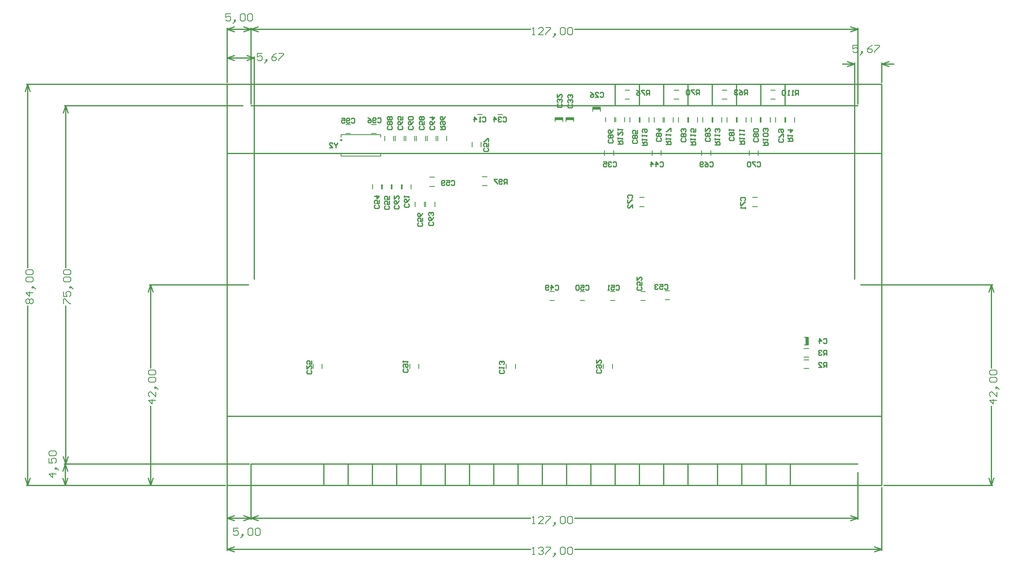
<source format=gbo>
%FSLAX44Y44*%
%MOMM*%
G71*
G01*
G75*
G04 Layer_Color=32896*
%ADD10R,1.4000X1.0000*%
%ADD11R,1.0000X1.4000*%
%ADD12R,0.6350X2.5400*%
%ADD13O,1.9500X0.3000*%
%ADD14O,0.3000X1.9500*%
%ADD15O,0.6000X1.8000*%
%ADD16O,0.6000X1.5000*%
%ADD17R,0.6000X1.3970*%
%ADD18R,1.3970X0.6000*%
%ADD19R,1.9000X1.1000*%
%ADD20O,0.6000X2.4000*%
%ADD21R,1.3000X1.8000*%
%ADD22R,1.5000X3.0000*%
%ADD23R,1.0500X1.8000*%
%ADD24R,1.8000X1.3000*%
%ADD25R,2.5000X4.0000*%
%ADD26R,1.2000X3.5000*%
%ADD27R,1.8000X1.0500*%
%ADD28R,3.0000X2.8000*%
%ADD29O,1.8000X0.6000*%
%ADD30R,7.4000X5.7500*%
%ADD31R,3.2000X0.8000*%
%ADD32R,0.6500X1.0500*%
%ADD33C,0.8890*%
%ADD34R,1.4000X0.5080*%
%ADD35C,0.2540*%
%ADD36C,0.7620*%
%ADD37C,0.5080*%
%ADD38C,0.1524*%
%ADD39C,1.5000*%
%ADD40R,1.5000X1.5000*%
%ADD41C,1.4000*%
%ADD42R,1.4000X1.4000*%
%ADD43R,1.5240X1.5240*%
%ADD44C,1.5240*%
%ADD45R,1.5240X1.5240*%
%ADD46O,2.0000X2.5000*%
%ADD47C,1.2000*%
%ADD48R,1.3000X1.3000*%
%ADD49C,1.3000*%
%ADD50C,4.8000*%
%ADD51C,1.6510*%
%ADD52R,1.6510X1.6510*%
%ADD53C,2.5400*%
%ADD54O,1.5100X1.5000*%
%ADD55C,0.8128*%
%ADD56C,1.3970*%
%ADD57R,3.5000X1.2000*%
%ADD58C,0.2500*%
%ADD59C,0.5000*%
%ADD60C,0.6000*%
%ADD61C,0.2000*%
%ADD62C,0.1500*%
%ADD63R,0.5500X1.6000*%
%ADD64R,1.6000X0.5500*%
%ADD65R,1.6540X1.2540*%
%ADD66R,1.2540X1.6540*%
%ADD67R,0.8890X2.7940*%
%ADD68O,2.2040X0.5540*%
%ADD69O,0.5540X2.2040*%
%ADD70O,0.8540X2.0540*%
%ADD71O,0.8540X1.7540*%
%ADD72R,0.8540X1.6510*%
%ADD73R,1.6510X0.8540*%
%ADD74R,2.1540X1.3540*%
%ADD75O,0.8540X2.6540*%
%ADD76R,1.5540X2.0540*%
%ADD77R,1.7540X3.2540*%
%ADD78R,1.3040X2.0540*%
%ADD79R,2.0540X1.5540*%
%ADD80R,2.7540X4.2540*%
%ADD81R,1.4540X3.7540*%
%ADD82R,2.0540X1.3040*%
%ADD83R,3.2540X3.0540*%
%ADD84O,2.0540X0.8540*%
%ADD85R,7.6540X6.0040*%
%ADD86R,3.4540X1.0540*%
%ADD87R,0.9040X1.3040*%
%ADD88C,1.1430*%
%ADD89R,1.6540X0.7620*%
%ADD90C,1.7540*%
%ADD91R,1.7540X1.7540*%
%ADD92C,0.2540*%
%ADD93C,1.6540*%
%ADD94R,1.6540X1.6540*%
%ADD95R,1.7780X1.7780*%
%ADD96C,1.7780*%
%ADD97R,1.7780X1.7780*%
%ADD98O,2.2540X2.7540*%
%ADD99C,1.4540*%
%ADD100R,1.5540X1.5540*%
%ADD101C,1.5540*%
%ADD102C,5.0540*%
%ADD103C,1.9050*%
%ADD104R,1.9050X1.9050*%
%ADD105C,2.7940*%
%ADD106O,1.7640X1.7540*%
%ADD107R,3.7540X1.4540*%
D35*
X231140Y716912D02*
Y715219D01*
X227754Y711833D01*
X224369Y715219D01*
Y716912D01*
X227754Y711833D02*
Y706755D01*
X214212D02*
X220983D01*
X214212Y713526D01*
Y715219D01*
X215905Y716912D01*
X219291D01*
X220983Y715219D01*
X314539Y767924D02*
X316232Y769617D01*
X319617D01*
X321310Y767924D01*
Y761153D01*
X319617Y759460D01*
X316232D01*
X314539Y761153D01*
X311153D02*
X309461Y759460D01*
X306075D01*
X304382Y761153D01*
Y767924D01*
X306075Y769617D01*
X309461D01*
X311153Y767924D01*
Y766231D01*
X309461Y764538D01*
X304382D01*
X294225Y769617D02*
X297611Y767924D01*
X300997Y764538D01*
Y761153D01*
X299304Y759460D01*
X295918D01*
X294225Y761153D01*
Y762846D01*
X295918Y764538D01*
X300997D01*
X259929Y767289D02*
X261622Y768982D01*
X265007D01*
X266700Y767289D01*
Y760518D01*
X265007Y758825D01*
X261622D01*
X259929Y760518D01*
X256543D02*
X254851Y758825D01*
X251465D01*
X249772Y760518D01*
Y767289D01*
X251465Y768982D01*
X254851D01*
X256543Y767289D01*
Y765596D01*
X254851Y763903D01*
X249772D01*
X239615Y768982D02*
X246387D01*
Y763903D01*
X243001Y765596D01*
X241308D01*
X239615Y763903D01*
Y760518D01*
X241308Y758825D01*
X244694D01*
X246387Y760518D01*
X1021080Y713105D02*
X1031237D01*
Y718183D01*
X1029544Y719876D01*
X1026158D01*
X1024466Y718183D01*
Y713105D01*
Y716491D02*
X1021080Y719876D01*
Y723262D02*
Y726647D01*
Y724955D01*
X1031237D01*
X1029544Y723262D01*
X1021080Y731726D02*
Y735111D01*
Y733418D01*
X1031237D01*
X1029544Y731726D01*
Y740190D02*
X1031237Y741882D01*
Y745268D01*
X1029544Y746961D01*
X1027851D01*
X1026158Y745268D01*
Y743575D01*
Y745268D01*
X1024466Y746961D01*
X1022773D01*
X1021080Y745268D01*
Y741882D01*
X1022773Y740190D01*
X1072515Y715010D02*
X1082672D01*
Y720088D01*
X1080979Y721781D01*
X1077593D01*
X1075901Y720088D01*
Y715010D01*
Y718396D02*
X1072515Y721781D01*
Y725167D02*
Y728552D01*
Y726860D01*
X1082672D01*
X1080979Y725167D01*
X1072515Y733631D02*
Y737016D01*
Y735323D01*
X1082672D01*
X1080979Y733631D01*
X1072515Y742095D02*
Y745480D01*
Y743787D01*
X1082672D01*
X1080979Y742095D01*
X1121410Y711835D02*
X1131567D01*
Y716913D01*
X1129874Y718606D01*
X1126488D01*
X1124796Y716913D01*
Y711835D01*
Y715221D02*
X1121410Y718606D01*
Y721992D02*
Y725377D01*
Y723684D01*
X1131567D01*
X1129874Y721992D01*
Y730456D02*
X1131567Y732148D01*
Y735534D01*
X1129874Y737227D01*
X1123103D01*
X1121410Y735534D01*
Y732148D01*
X1123103Y730456D01*
X1129874D01*
Y740612D02*
X1131567Y742305D01*
Y745691D01*
X1129874Y747383D01*
X1128181D01*
X1126488Y745691D01*
Y743998D01*
Y745691D01*
X1124796Y747383D01*
X1123103D01*
X1121410Y745691D01*
Y742305D01*
X1123103Y740612D01*
X883285Y817245D02*
Y827402D01*
X878207D01*
X876514Y825709D01*
Y822323D01*
X878207Y820631D01*
X883285D01*
X879899D02*
X876514Y817245D01*
X873128Y827402D02*
X866357D01*
Y825709D01*
X873128Y818938D01*
Y817245D01*
X856200Y827402D02*
X859586Y825709D01*
X862972Y822323D01*
Y818938D01*
X861279Y817245D01*
X857893D01*
X856200Y818938D01*
Y820631D01*
X857893Y822323D01*
X862972D01*
X839261Y600924D02*
X837568Y602617D01*
Y606002D01*
X839261Y607695D01*
X846032D01*
X847725Y606002D01*
Y602617D01*
X846032Y600924D01*
X837568Y597538D02*
Y590767D01*
X839261D01*
X846032Y597538D01*
X847725D01*
Y580610D02*
Y587382D01*
X840954Y580610D01*
X839261D01*
X837568Y582303D01*
Y585689D01*
X839261Y587382D01*
X1075481Y595844D02*
X1073788Y597537D01*
Y600922D01*
X1075481Y602615D01*
X1082252D01*
X1083945Y600922D01*
Y597537D01*
X1082252Y595844D01*
X1073788Y592458D02*
Y585687D01*
X1075481D01*
X1082252Y592458D01*
X1083945D01*
Y582302D02*
Y578916D01*
Y580609D01*
X1073788D01*
X1075481Y582302D01*
X1108924Y675849D02*
X1110617Y677542D01*
X1114002D01*
X1115695Y675849D01*
Y669078D01*
X1114002Y667385D01*
X1110617D01*
X1108924Y669078D01*
X1105538Y677542D02*
X1098767D01*
Y675849D01*
X1105538Y669078D01*
Y667385D01*
X1095382Y675849D02*
X1093689Y677542D01*
X1090303D01*
X1088610Y675849D01*
Y669078D01*
X1090303Y667385D01*
X1093689D01*
X1095382Y669078D01*
Y675849D01*
X1009864D02*
X1011557Y677542D01*
X1014942D01*
X1016635Y675849D01*
Y669078D01*
X1014942Y667385D01*
X1011557D01*
X1009864Y669078D01*
X999707Y677542D02*
X1003093Y675849D01*
X1006478Y672463D01*
Y669078D01*
X1004786Y667385D01*
X1001400D01*
X999707Y669078D01*
Y670771D01*
X1001400Y672463D01*
X1006478D01*
X996322Y669078D02*
X994629Y667385D01*
X991243D01*
X989550Y669078D01*
Y675849D01*
X991243Y677542D01*
X994629D01*
X996322Y675849D01*
Y674156D01*
X994629Y672463D01*
X989550D01*
X410424Y752191D02*
X412117Y750498D01*
Y747113D01*
X410424Y745420D01*
X403653D01*
X401960Y747113D01*
Y750498D01*
X403653Y752191D01*
X412117Y762348D02*
Y755577D01*
X407038D01*
X408731Y758962D01*
Y760655D01*
X407038Y762348D01*
X403653D01*
X401960Y760655D01*
Y757270D01*
X403653Y755577D01*
X410424Y765733D02*
X412117Y767426D01*
Y770812D01*
X410424Y772505D01*
X408731D01*
X407038Y770812D01*
X405346Y772505D01*
X403653D01*
X401960Y770812D01*
Y767426D01*
X403653Y765733D01*
X405346D01*
X407038Y767426D01*
X408731Y765733D01*
X410424D01*
X407038Y767426D02*
Y770812D01*
X337394Y585256D02*
X339087Y583563D01*
Y580178D01*
X337394Y578485D01*
X330623D01*
X328930Y580178D01*
Y583563D01*
X330623Y585256D01*
X339087Y595413D02*
Y588642D01*
X334008D01*
X335701Y592027D01*
Y593720D01*
X334008Y595413D01*
X330623D01*
X328930Y593720D01*
Y590335D01*
X330623Y588642D01*
X339087Y605570D02*
Y598798D01*
X334008D01*
X335701Y602184D01*
Y603877D01*
X334008Y605570D01*
X330623D01*
X328930Y603877D01*
Y600491D01*
X330623Y598798D01*
X379269Y589701D02*
X380962Y588008D01*
Y584623D01*
X379269Y582930D01*
X372498D01*
X370805Y584623D01*
Y588008D01*
X372498Y589701D01*
X380962Y599858D02*
X379269Y596472D01*
X375883Y593087D01*
X372498D01*
X370805Y594780D01*
Y598165D01*
X372498Y599858D01*
X374191D01*
X375883Y598165D01*
Y593087D01*
X370805Y603243D02*
Y606629D01*
Y604936D01*
X380962D01*
X379269Y603243D01*
X357714Y585891D02*
X359407Y584198D01*
Y580813D01*
X357714Y579120D01*
X350943D01*
X349250Y580813D01*
Y584198D01*
X350943Y585891D01*
X359407Y596048D02*
X357714Y592662D01*
X354328Y589277D01*
X350943D01*
X349250Y590970D01*
Y594355D01*
X350943Y596048D01*
X352636D01*
X354328Y594355D01*
Y589277D01*
X349250Y606205D02*
Y599433D01*
X356021Y606205D01*
X357714D01*
X359407Y604512D01*
Y601126D01*
X357714Y599433D01*
X429469Y550966D02*
X431162Y549273D01*
Y545888D01*
X429469Y544195D01*
X422698D01*
X421005Y545888D01*
Y549273D01*
X422698Y550966D01*
X431162Y561123D02*
X429469Y557737D01*
X426083Y554352D01*
X422698D01*
X421005Y556045D01*
Y559430D01*
X422698Y561123D01*
X424391D01*
X426083Y559430D01*
Y554352D01*
X429469Y564508D02*
X431162Y566201D01*
Y569587D01*
X429469Y571280D01*
X427776D01*
X426083Y569587D01*
Y567894D01*
Y569587D01*
X424391Y571280D01*
X422698D01*
X421005Y569587D01*
Y566201D01*
X422698Y564508D01*
X432014Y752191D02*
X433707Y750498D01*
Y747113D01*
X432014Y745420D01*
X425243D01*
X423550Y747113D01*
Y750498D01*
X425243Y752191D01*
X433707Y762348D02*
X432014Y758962D01*
X428628Y755577D01*
X425243D01*
X423550Y757270D01*
Y760655D01*
X425243Y762348D01*
X426936D01*
X428628Y760655D01*
Y755577D01*
X423550Y770812D02*
X433707D01*
X428628Y765733D01*
Y772505D01*
X365334Y752261D02*
X367027Y750568D01*
Y747183D01*
X365334Y745490D01*
X358563D01*
X356870Y747183D01*
Y750568D01*
X358563Y752261D01*
X367027Y762418D02*
X365334Y759032D01*
X361948Y755647D01*
X358563D01*
X356870Y757339D01*
Y760725D01*
X358563Y762418D01*
X360256D01*
X361948Y760725D01*
Y755647D01*
X367027Y772575D02*
Y765803D01*
X361948D01*
X363641Y769189D01*
Y770882D01*
X361948Y772575D01*
X358563D01*
X356870Y770882D01*
Y767496D01*
X358563Y765803D01*
X468844Y637114D02*
X470537Y638807D01*
X473922D01*
X475615Y637114D01*
Y630343D01*
X473922Y628650D01*
X470537D01*
X468844Y630343D01*
X458687Y638807D02*
X465458D01*
Y633728D01*
X462073Y635421D01*
X460380D01*
X458687Y633728D01*
Y630343D01*
X460380Y628650D01*
X463765D01*
X465458Y630343D01*
X455302D02*
X453609Y628650D01*
X450223D01*
X448530Y630343D01*
Y637114D01*
X450223Y638807D01*
X453609D01*
X455302Y637114D01*
Y635421D01*
X453609Y633728D01*
X448530D01*
X387564Y752191D02*
X389257Y750498D01*
Y747113D01*
X387564Y745420D01*
X380793D01*
X379100Y747113D01*
Y750498D01*
X380793Y752191D01*
X389257Y762348D02*
X387564Y758962D01*
X384178Y755577D01*
X380793D01*
X379100Y757270D01*
Y760655D01*
X380793Y762348D01*
X382486D01*
X384178Y760655D01*
Y755577D01*
X387564Y765733D02*
X389257Y767426D01*
Y770812D01*
X387564Y772505D01*
X380793D01*
X379100Y770812D01*
Y767426D01*
X380793Y765733D01*
X387564D01*
X316439Y587161D02*
X318132Y585468D01*
Y582083D01*
X316439Y580390D01*
X309668D01*
X307975Y582083D01*
Y585468D01*
X309668Y587161D01*
X318132Y597318D02*
Y590547D01*
X313053D01*
X314746Y593932D01*
Y595625D01*
X313053Y597318D01*
X309668D01*
X307975Y595625D01*
Y592239D01*
X309668Y590547D01*
X307975Y605782D02*
X318132D01*
X313053Y600703D01*
Y607475D01*
X686649Y417404D02*
X688342Y419097D01*
X691727D01*
X693420Y417404D01*
Y410633D01*
X691727Y408940D01*
X688342D01*
X686649Y410633D01*
X678185Y408940D02*
Y419097D01*
X683263Y414018D01*
X676492D01*
X673107Y410633D02*
X671414Y408940D01*
X668028D01*
X666335Y410633D01*
Y417404D01*
X668028Y419097D01*
X671414D01*
X673107Y417404D01*
Y415711D01*
X671414Y414018D01*
X666335D01*
X750149Y417404D02*
X751842Y419097D01*
X755227D01*
X756920Y417404D01*
Y410633D01*
X755227Y408940D01*
X751842D01*
X750149Y410633D01*
X739992Y419097D02*
X746763D01*
Y414018D01*
X743378Y415711D01*
X741685D01*
X739992Y414018D01*
Y410633D01*
X741685Y408940D01*
X745070D01*
X746763Y410633D01*
X736607Y417404D02*
X734914Y419097D01*
X731528D01*
X729835Y417404D01*
Y410633D01*
X731528Y408940D01*
X734914D01*
X736607Y410633D01*
Y417404D01*
X813014D02*
X814707Y419097D01*
X818092D01*
X819785Y417404D01*
Y410633D01*
X818092Y408940D01*
X814707D01*
X813014Y410633D01*
X802857Y419097D02*
X809628D01*
Y414018D01*
X806243Y415711D01*
X804550D01*
X802857Y414018D01*
Y410633D01*
X804550Y408940D01*
X807935D01*
X809628Y410633D01*
X799472Y408940D02*
X796086D01*
X797779D01*
Y419097D01*
X799472Y417404D01*
X865714Y415711D02*
X867407Y414018D01*
Y410633D01*
X865714Y408940D01*
X858943D01*
X857250Y410633D01*
Y414018D01*
X858943Y415711D01*
X867407Y425868D02*
Y419097D01*
X862328D01*
X864021Y422482D01*
Y424175D01*
X862328Y425868D01*
X858943D01*
X857250Y424175D01*
Y420789D01*
X858943Y419097D01*
X857250Y436025D02*
Y429253D01*
X864021Y436025D01*
X865714D01*
X867407Y434332D01*
Y430946D01*
X865714Y429253D01*
X914614Y419309D02*
X916307Y421002D01*
X919692D01*
X921385Y419309D01*
Y412538D01*
X919692Y410845D01*
X916307D01*
X914614Y412538D01*
X904457Y421002D02*
X911228D01*
Y415923D01*
X907843Y417616D01*
X906150D01*
X904457Y415923D01*
Y412538D01*
X906150Y410845D01*
X909536D01*
X911228Y412538D01*
X901072Y419309D02*
X899379Y421002D01*
X895993D01*
X894300Y419309D01*
Y417616D01*
X895993Y415923D01*
X897686D01*
X895993D01*
X894300Y414231D01*
Y412538D01*
X895993Y410845D01*
X899379D01*
X901072Y412538D01*
X545039Y705906D02*
X546732Y704213D01*
Y700828D01*
X545039Y699135D01*
X538268D01*
X536575Y700828D01*
Y704213D01*
X538268Y705906D01*
X546732Y716063D02*
Y709292D01*
X541653D01*
X543346Y712677D01*
Y714370D01*
X541653Y716063D01*
X538268D01*
X536575Y714370D01*
Y710984D01*
X538268Y709292D01*
X546732Y719448D02*
Y726220D01*
X545039D01*
X538268Y719448D01*
X536575D01*
X406609Y549696D02*
X408302Y548003D01*
Y544618D01*
X406609Y542925D01*
X399838D01*
X398145Y544618D01*
Y548003D01*
X399838Y549696D01*
X408302Y559853D02*
Y553082D01*
X403223D01*
X404916Y556467D01*
Y558160D01*
X403223Y559853D01*
X399838D01*
X398145Y558160D01*
Y554775D01*
X399838Y553082D01*
X408302Y570010D02*
X406609Y566624D01*
X403223Y563238D01*
X399838D01*
X398145Y564931D01*
Y568317D01*
X399838Y570010D01*
X401531D01*
X403223Y568317D01*
Y563238D01*
X1173480Y720725D02*
X1183637D01*
Y725803D01*
X1181944Y727496D01*
X1178558D01*
X1176866Y725803D01*
Y720725D01*
Y724111D02*
X1173480Y727496D01*
Y730882D02*
Y734267D01*
Y732574D01*
X1183637D01*
X1181944Y730882D01*
X1173480Y744424D02*
X1183637D01*
X1178558Y739346D01*
Y746117D01*
X987425Y817880D02*
Y828037D01*
X982347D01*
X980654Y826344D01*
Y822958D01*
X982347Y821266D01*
X987425D01*
X984039D02*
X980654Y817880D01*
X977268Y828037D02*
X970497D01*
Y826344D01*
X977268Y819573D01*
Y817880D01*
X967112Y826344D02*
X965419Y828037D01*
X962033D01*
X960340Y826344D01*
Y819573D01*
X962033Y817880D01*
X965419D01*
X967112Y819573D01*
Y826344D01*
X1088390Y817880D02*
Y828037D01*
X1083312D01*
X1081619Y826344D01*
Y822958D01*
X1083312Y821266D01*
X1088390D01*
X1085004D02*
X1081619Y817880D01*
X1071462Y828037D02*
X1074848Y826344D01*
X1078233Y822958D01*
Y819573D01*
X1076541Y817880D01*
X1073155D01*
X1071462Y819573D01*
Y821266D01*
X1073155Y822958D01*
X1078233D01*
X1068077Y826344D02*
X1066384Y828037D01*
X1062998D01*
X1061305Y826344D01*
Y824651D01*
X1062998Y822958D01*
X1064691D01*
X1062998D01*
X1061305Y821266D01*
Y819573D01*
X1062998Y817880D01*
X1066384D01*
X1068077Y819573D01*
X905724Y675849D02*
X907417Y677542D01*
X910802D01*
X912495Y675849D01*
Y669078D01*
X910802Y667385D01*
X907417D01*
X905724Y669078D01*
X897260Y667385D02*
Y677542D01*
X902338Y672463D01*
X895567D01*
X887103Y667385D02*
Y677542D01*
X892182Y672463D01*
X885410D01*
X807299Y675849D02*
X808992Y677542D01*
X812377D01*
X814070Y675849D01*
Y669078D01*
X812377Y667385D01*
X808992D01*
X807299Y669078D01*
X803913Y675849D02*
X802221Y677542D01*
X798835D01*
X797142Y675849D01*
Y674156D01*
X798835Y672463D01*
X800528D01*
X798835D01*
X797142Y670771D01*
Y669078D01*
X798835Y667385D01*
X802221D01*
X803913Y669078D01*
X786985Y677542D02*
X793757D01*
Y672463D01*
X790371Y674156D01*
X788678D01*
X786985Y672463D01*
Y669078D01*
X788678Y667385D01*
X792064D01*
X793757Y669078D01*
X1247989Y305644D02*
X1249682Y307337D01*
X1253067D01*
X1254760Y305644D01*
Y298873D01*
X1253067Y297180D01*
X1249682D01*
X1247989Y298873D01*
X1239525Y297180D02*
Y307337D01*
X1244603Y302258D01*
X1237832D01*
X1254125Y247650D02*
Y257807D01*
X1249047D01*
X1247354Y256114D01*
Y252728D01*
X1249047Y251036D01*
X1254125D01*
X1250739D02*
X1247354Y247650D01*
X1237197D02*
X1243968D01*
X1237197Y254421D01*
Y256114D01*
X1238890Y257807D01*
X1242275D01*
X1243968Y256114D01*
X1254125Y272415D02*
Y282572D01*
X1249047D01*
X1247354Y280879D01*
Y277493D01*
X1249047Y275801D01*
X1254125D01*
X1250739D02*
X1247354Y272415D01*
X1243968Y280879D02*
X1242275Y282572D01*
X1238890D01*
X1237197Y280879D01*
Y279186D01*
X1238890Y277493D01*
X1240583D01*
X1238890D01*
X1237197Y275801D01*
Y274108D01*
X1238890Y272415D01*
X1242275D01*
X1243968Y274108D01*
X698709Y798616D02*
X700402Y796923D01*
Y793538D01*
X698709Y791845D01*
X691938D01*
X690245Y793538D01*
Y796923D01*
X691938Y798616D01*
X698709Y802002D02*
X700402Y803695D01*
Y807080D01*
X698709Y808773D01*
X697016D01*
X695323Y807080D01*
Y805387D01*
Y807080D01*
X693631Y808773D01*
X691938D01*
X690245Y807080D01*
Y803695D01*
X691938Y802002D01*
X690245Y818930D02*
Y812158D01*
X697016Y818930D01*
X698709D01*
X700402Y817237D01*
Y813851D01*
X698709Y812158D01*
X779994Y821264D02*
X781687Y822957D01*
X785072D01*
X786765Y821264D01*
Y814493D01*
X785072Y812800D01*
X781687D01*
X779994Y814493D01*
X769837Y812800D02*
X776608D01*
X769837Y819571D01*
Y821264D01*
X771530Y822957D01*
X774915D01*
X776608Y821264D01*
X759680Y822957D02*
X763066Y821264D01*
X766452Y817878D01*
Y814493D01*
X764759Y812800D01*
X761373D01*
X759680Y814493D01*
Y816186D01*
X761373Y817878D01*
X766452D01*
X445775Y745420D02*
X455932D01*
Y750498D01*
X454239Y752191D01*
X450853D01*
X449161Y750498D01*
Y745420D01*
Y748806D02*
X445775Y752191D01*
X447468Y755577D02*
X445775Y757270D01*
Y760655D01*
X447468Y762348D01*
X454239D01*
X455932Y760655D01*
Y757270D01*
X454239Y755577D01*
X452546D01*
X450853Y757270D01*
Y762348D01*
X455932Y772505D02*
X454239Y769119D01*
X450853Y765733D01*
X447468D01*
X445775Y767426D01*
Y770812D01*
X447468Y772505D01*
X449161D01*
X450853Y770812D01*
Y765733D01*
X585470Y630555D02*
Y640712D01*
X580392D01*
X578699Y639019D01*
Y635633D01*
X580392Y633941D01*
X585470D01*
X582084D02*
X578699Y630555D01*
X575313Y632248D02*
X573620Y630555D01*
X570235D01*
X568542Y632248D01*
Y639019D01*
X570235Y640712D01*
X573620D01*
X575313Y639019D01*
Y637326D01*
X573620Y635633D01*
X568542D01*
X565157Y640712D02*
X558385D01*
Y639019D01*
X565157Y632248D01*
Y630555D01*
X969645Y713105D02*
X979802D01*
Y718183D01*
X978109Y719876D01*
X974723D01*
X973031Y718183D01*
Y713105D01*
Y716491D02*
X969645Y719876D01*
Y723262D02*
Y726647D01*
Y724955D01*
X979802D01*
X978109Y723262D01*
X969645Y731726D02*
Y735111D01*
Y733418D01*
X979802D01*
X978109Y731726D01*
X979802Y746961D02*
Y740190D01*
X974723D01*
X976416Y743575D01*
Y745268D01*
X974723Y746961D01*
X971338D01*
X969645Y745268D01*
Y741882D01*
X971338Y740190D01*
X918210Y713740D02*
X928367D01*
Y718818D01*
X926674Y720511D01*
X923288D01*
X921596Y718818D01*
Y713740D01*
Y717126D02*
X918210Y720511D01*
Y723897D02*
Y727282D01*
Y725590D01*
X928367D01*
X926674Y723897D01*
X918210Y732361D02*
Y735746D01*
Y734053D01*
X928367D01*
X926674Y732361D01*
X928367Y740825D02*
Y747596D01*
X926674D01*
X919903Y740825D01*
X918210D01*
X868045Y712470D02*
X878202D01*
Y717548D01*
X876509Y719241D01*
X873123D01*
X871431Y717548D01*
Y712470D01*
Y715856D02*
X868045Y719241D01*
Y722627D02*
Y726012D01*
Y724320D01*
X878202D01*
X876509Y722627D01*
X868045Y731091D02*
Y734476D01*
Y732783D01*
X878202D01*
X876509Y731091D01*
X869738Y739555D02*
X868045Y741247D01*
Y744633D01*
X869738Y746326D01*
X876509D01*
X878202Y744633D01*
Y741247D01*
X876509Y739555D01*
X874816D01*
X873123Y741247D01*
Y746326D01*
X817880Y715010D02*
X828037D01*
Y720088D01*
X826344Y721781D01*
X822958D01*
X821266Y720088D01*
Y715010D01*
Y718396D02*
X817880Y721781D01*
Y725167D02*
Y728552D01*
Y726860D01*
X828037D01*
X826344Y725167D01*
X817880Y740402D02*
Y733631D01*
X824651Y740402D01*
X826344D01*
X828037Y738709D01*
Y735323D01*
X826344Y733631D01*
X817880Y743787D02*
Y747173D01*
Y745480D01*
X828037D01*
X826344Y743787D01*
X1195070Y817245D02*
Y827402D01*
X1189992D01*
X1188299Y825709D01*
Y822323D01*
X1189992Y820631D01*
X1195070D01*
X1191684D02*
X1188299Y817245D01*
X1184913D02*
X1181528D01*
X1183221D01*
Y827402D01*
X1184913Y825709D01*
X1176449Y817245D02*
X1173064D01*
X1174757D01*
Y827402D01*
X1176449Y825709D01*
X1167985D02*
X1166293Y827402D01*
X1162907D01*
X1161214Y825709D01*
Y818938D01*
X1162907Y817245D01*
X1166293D01*
X1167985Y818938D01*
Y825709D01*
X1162259Y725591D02*
X1163952Y723898D01*
Y720513D01*
X1162259Y718820D01*
X1155488D01*
X1153795Y720513D01*
Y723898D01*
X1155488Y725591D01*
X1163952Y728977D02*
Y735748D01*
X1162259D01*
X1155488Y728977D01*
X1153795D01*
X1155488Y739133D02*
X1153795Y740826D01*
Y744212D01*
X1155488Y745905D01*
X1162259D01*
X1163952Y744212D01*
Y740826D01*
X1162259Y739133D01*
X1160566D01*
X1158873Y740826D01*
Y745905D01*
X1109554Y726861D02*
X1111247Y725168D01*
Y721783D01*
X1109554Y720090D01*
X1102783D01*
X1101090Y721783D01*
Y725168D01*
X1102783Y726861D01*
X1109554Y730247D02*
X1111247Y731939D01*
Y735325D01*
X1109554Y737018D01*
X1107861D01*
X1106168Y735325D01*
X1104476Y737018D01*
X1102783D01*
X1101090Y735325D01*
Y731939D01*
X1102783Y730247D01*
X1104476D01*
X1106168Y731939D01*
X1107861Y730247D01*
X1109554D01*
X1106168Y731939D02*
Y735325D01*
X1109554Y740403D02*
X1111247Y742096D01*
Y745482D01*
X1109554Y747175D01*
X1102783D01*
X1101090Y745482D01*
Y742096D01*
X1102783Y740403D01*
X1109554D01*
X1058754Y729401D02*
X1060447Y727708D01*
Y724323D01*
X1058754Y722630D01*
X1051983D01*
X1050290Y724323D01*
Y727708D01*
X1051983Y729401D01*
X1058754Y732787D02*
X1060447Y734480D01*
Y737865D01*
X1058754Y739558D01*
X1057061D01*
X1055368Y737865D01*
X1053676Y739558D01*
X1051983D01*
X1050290Y737865D01*
Y734480D01*
X1051983Y732787D01*
X1053676D01*
X1055368Y734480D01*
X1057061Y732787D01*
X1058754D01*
X1055368Y734480D02*
Y737865D01*
X1050290Y742943D02*
Y746329D01*
Y744636D01*
X1060447D01*
X1058754Y742943D01*
X1009224Y727496D02*
X1010917Y725803D01*
Y722418D01*
X1009224Y720725D01*
X1002453D01*
X1000760Y722418D01*
Y725803D01*
X1002453Y727496D01*
X1009224Y730882D02*
X1010917Y732574D01*
Y735960D01*
X1009224Y737653D01*
X1007531D01*
X1005838Y735960D01*
X1004146Y737653D01*
X1002453D01*
X1000760Y735960D01*
Y732574D01*
X1002453Y730882D01*
X1004146D01*
X1005838Y732574D01*
X1007531Y730882D01*
X1009224D01*
X1005838Y732574D02*
Y735960D01*
X1000760Y747810D02*
Y741038D01*
X1007531Y747810D01*
X1009224D01*
X1010917Y746117D01*
Y742731D01*
X1009224Y741038D01*
X957789Y726226D02*
X959482Y724533D01*
Y721148D01*
X957789Y719455D01*
X951018D01*
X949325Y721148D01*
Y724533D01*
X951018Y726226D01*
X957789Y729612D02*
X959482Y731304D01*
Y734690D01*
X957789Y736383D01*
X956096D01*
X954403Y734690D01*
X952711Y736383D01*
X951018D01*
X949325Y734690D01*
Y731304D01*
X951018Y729612D01*
X952711D01*
X954403Y731304D01*
X956096Y729612D01*
X957789D01*
X954403Y731304D02*
Y734690D01*
X957789Y739768D02*
X959482Y741461D01*
Y744847D01*
X957789Y746540D01*
X956096D01*
X954403Y744847D01*
Y743154D01*
Y744847D01*
X952711Y746540D01*
X951018D01*
X949325Y744847D01*
Y741461D01*
X951018Y739768D01*
X906354Y727496D02*
X908047Y725803D01*
Y722418D01*
X906354Y720725D01*
X899583D01*
X897890Y722418D01*
Y725803D01*
X899583Y727496D01*
X906354Y730882D02*
X908047Y732574D01*
Y735960D01*
X906354Y737653D01*
X904661D01*
X902968Y735960D01*
X901276Y737653D01*
X899583D01*
X897890Y735960D01*
Y732574D01*
X899583Y730882D01*
X901276D01*
X902968Y732574D01*
X904661Y730882D01*
X906354D01*
X902968Y732574D02*
Y735960D01*
X897890Y746117D02*
X908047D01*
X902968Y741038D01*
Y747810D01*
X856189Y723051D02*
X857882Y721358D01*
Y717973D01*
X856189Y716280D01*
X849418D01*
X847725Y717973D01*
Y721358D01*
X849418Y723051D01*
X856189Y726437D02*
X857882Y728130D01*
Y731515D01*
X856189Y733208D01*
X854496D01*
X852803Y731515D01*
X851111Y733208D01*
X849418D01*
X847725Y731515D01*
Y728130D01*
X849418Y726437D01*
X851111D01*
X852803Y728130D01*
X854496Y726437D01*
X856189D01*
X852803Y728130D02*
Y731515D01*
X857882Y743365D02*
Y736593D01*
X852803D01*
X854496Y739979D01*
Y741672D01*
X852803Y743365D01*
X849418D01*
X847725Y741672D01*
Y738286D01*
X849418Y736593D01*
X805389Y723686D02*
X807082Y721993D01*
Y718608D01*
X805389Y716915D01*
X798618D01*
X796925Y718608D01*
Y721993D01*
X798618Y723686D01*
X805389Y727072D02*
X807082Y728764D01*
Y732150D01*
X805389Y733843D01*
X803696D01*
X802003Y732150D01*
X800311Y733843D01*
X798618D01*
X796925Y732150D01*
Y728764D01*
X798618Y727072D01*
X800311D01*
X802003Y728764D01*
X803696Y727072D01*
X805389D01*
X802003Y728764D02*
Y732150D01*
X807082Y744000D02*
X805389Y740614D01*
X802003Y737228D01*
X798618D01*
X796925Y738921D01*
Y742307D01*
X798618Y744000D01*
X800311D01*
X802003Y742307D01*
Y737228D01*
X343109Y751626D02*
X344802Y749933D01*
Y746548D01*
X343109Y744855D01*
X336338D01*
X334645Y746548D01*
Y749933D01*
X336338Y751626D01*
X343109Y755012D02*
X344802Y756704D01*
Y760090D01*
X343109Y761783D01*
X341416D01*
X339723Y760090D01*
X338031Y761783D01*
X336338D01*
X334645Y760090D01*
Y756704D01*
X336338Y755012D01*
X338031D01*
X339723Y756704D01*
X341416Y755012D01*
X343109D01*
X339723Y756704D02*
Y760090D01*
X343109Y765168D02*
X344802Y766861D01*
Y770247D01*
X343109Y771940D01*
X341416D01*
X339723Y770247D01*
X338031Y771940D01*
X336338D01*
X334645Y770247D01*
Y766861D01*
X336338Y765168D01*
X338031D01*
X339723Y766861D01*
X341416Y765168D01*
X343109D01*
X339723Y766861D02*
Y770247D01*
X376764Y243626D02*
X378457Y241933D01*
Y238548D01*
X376764Y236855D01*
X369993D01*
X368300Y238548D01*
Y241933D01*
X369993Y243626D01*
Y247012D02*
X368300Y248704D01*
Y252090D01*
X369993Y253783D01*
X376764D01*
X378457Y252090D01*
Y248704D01*
X376764Y247012D01*
X375071D01*
X373378Y248704D01*
Y253783D01*
X368300Y257168D02*
Y260554D01*
Y258861D01*
X378457D01*
X376764Y257168D01*
X781259Y242356D02*
X782952Y240663D01*
Y237278D01*
X781259Y235585D01*
X774488D01*
X772795Y237278D01*
Y240663D01*
X774488Y242356D01*
Y245742D02*
X772795Y247435D01*
Y250820D01*
X774488Y252513D01*
X781259D01*
X782952Y250820D01*
Y247435D01*
X781259Y245742D01*
X779566D01*
X777873Y247435D01*
Y252513D01*
X772795Y262670D02*
Y255898D01*
X779566Y262670D01*
X781259D01*
X782952Y260977D01*
Y257591D01*
X781259Y255898D01*
X577269Y769989D02*
X578962Y771682D01*
X582347D01*
X584040Y769989D01*
Y763218D01*
X582347Y761525D01*
X578962D01*
X577269Y763218D01*
X573883Y769989D02*
X572191Y771682D01*
X568805D01*
X567112Y769989D01*
Y768296D01*
X568805Y766603D01*
X570498D01*
X568805D01*
X567112Y764911D01*
Y763218D01*
X568805Y761525D01*
X572191D01*
X573883Y763218D01*
X558648Y761525D02*
Y771682D01*
X563727Y766603D01*
X556955D01*
X720934Y797981D02*
X722627Y796288D01*
Y792903D01*
X720934Y791210D01*
X714163D01*
X712470Y792903D01*
Y796288D01*
X714163Y797981D01*
X720934Y801367D02*
X722627Y803059D01*
Y806445D01*
X720934Y808138D01*
X719241D01*
X717548Y806445D01*
Y804752D01*
Y806445D01*
X715856Y808138D01*
X714163D01*
X712470Y806445D01*
Y803059D01*
X714163Y801367D01*
X720934Y811523D02*
X722627Y813216D01*
Y816602D01*
X720934Y818295D01*
X719241D01*
X717548Y816602D01*
Y814909D01*
Y816602D01*
X715856Y818295D01*
X714163D01*
X712470Y816602D01*
Y813216D01*
X714163Y811523D01*
X174834Y240451D02*
X176527Y238758D01*
Y235373D01*
X174834Y233680D01*
X168063D01*
X166370Y235373D01*
Y238758D01*
X168063Y240451D01*
X166370Y250608D02*
Y243837D01*
X173141Y250608D01*
X174834D01*
X176527Y248915D01*
Y245529D01*
X174834Y243837D01*
X176527Y260765D02*
Y253993D01*
X171448D01*
X173141Y257379D01*
Y259072D01*
X171448Y260765D01*
X168063D01*
X166370Y259072D01*
Y255686D01*
X168063Y253993D01*
X534089Y769989D02*
X535782Y771682D01*
X539167D01*
X540860Y769989D01*
Y763218D01*
X539167Y761525D01*
X535782D01*
X534089Y763218D01*
X530703Y761525D02*
X527318D01*
X529011D01*
Y771682D01*
X530703Y769989D01*
X517161Y761525D02*
Y771682D01*
X522239Y766603D01*
X515468D01*
X578059Y241721D02*
X579752Y240028D01*
Y236643D01*
X578059Y234950D01*
X571288D01*
X569595Y236643D01*
Y240028D01*
X571288Y241721D01*
X569595Y245107D02*
Y248492D01*
Y246800D01*
X579752D01*
X578059Y245107D01*
Y253571D02*
X579752Y255263D01*
Y258649D01*
X578059Y260342D01*
X576366D01*
X574673Y258649D01*
Y256956D01*
Y258649D01*
X572981Y260342D01*
X571288D01*
X569595Y258649D01*
Y255263D01*
X571288Y253571D01*
X1313279Y432065D02*
Y885190D01*
X1370000Y843810D02*
Y885190D01*
Y882650D02*
X1395400D01*
X1287879D02*
X1313279D01*
X1370000D02*
X1385240Y877570D01*
X1370000Y882650D02*
X1385240Y887730D01*
X1298039D02*
X1313279Y882650D01*
X1298039Y877570D02*
X1313279Y882650D01*
X56670Y432065D02*
Y897890D01*
X0Y843810D02*
Y897890D01*
X28335Y895350D02*
X56670D01*
X0D02*
X28335D01*
X41430Y900430D02*
X56670Y895350D01*
X41430Y890270D02*
X56670Y895350D01*
X0D02*
X15240Y890270D01*
X0Y895350D02*
X15240Y900430D01*
X-163195Y0D02*
X-3810D01*
X-163195Y420000D02*
X44605D01*
X-160655Y0D02*
Y166324D01*
Y245548D02*
Y420000D01*
Y0D02*
X-155575Y15240D01*
X-165735D02*
X-160655Y0D01*
X-165735Y404760D02*
X-160655Y420000D01*
X-155575Y404760D01*
X1325344Y420000D02*
X1601470D01*
X1373810Y0D02*
X1601470D01*
X1598930Y245548D02*
Y420000D01*
Y0D02*
Y166324D01*
X1593850Y404760D02*
X1598930Y420000D01*
X1604010Y404760D01*
X1598930Y0D02*
X1604010Y15240D01*
X1593850D02*
X1598930Y0D01*
X50000Y798810D02*
Y957580D01*
X0Y843810D02*
Y957580D01*
X25000Y955040D02*
X50000D01*
X0D02*
X25000D01*
X34760Y960120D02*
X50000Y955040D01*
X34760Y949960D02*
X50000Y955040D01*
X0D02*
X15240Y949960D01*
X0Y955040D02*
X15240Y960120D01*
X1320000Y798810D02*
Y957580D01*
X50000Y798810D02*
Y957580D01*
X726896Y955040D02*
X1320000D01*
X50000D02*
X634975D01*
X1304760Y960120D02*
X1320000Y955040D01*
X1304760Y949960D02*
X1320000Y955040D01*
X50000D02*
X65240Y949960D01*
X50000Y955040D02*
X65240Y960120D01*
X1370000Y-135890D02*
Y-3810D01*
X0Y-135890D02*
Y0D01*
X726896Y-133350D02*
X1370000D01*
X0D02*
X634976D01*
X1354760Y-128270D02*
X1370000Y-133350D01*
X1354760Y-138430D02*
X1370000Y-133350D01*
X0D02*
X15240Y-138430D01*
X0Y-133350D02*
X15240Y-128270D01*
X-341630Y45000D02*
X46190D01*
X-341630Y0D02*
X-3810D01*
X-339090Y22500D02*
Y45000D01*
Y0D02*
Y22500D01*
X-344170Y29760D02*
X-339090Y45000D01*
X-334010Y29760D01*
X-339090Y0D02*
X-334010Y15240D01*
X-344170D02*
X-339090Y0D01*
X50000Y-71120D02*
Y45000D01*
X0Y-71120D02*
Y0D01*
X25000Y-68580D02*
X50000D01*
X0D02*
X25000D01*
X34760Y-63500D02*
X50000Y-68580D01*
X34760Y-73660D02*
X50000Y-68580D01*
X0D02*
X15240Y-73660D01*
X0Y-68580D02*
X15240Y-63500D01*
X-420370Y0D02*
X-3810D01*
X-420370Y840000D02*
X0D01*
X-417830Y0D02*
Y376324D01*
Y455549D02*
Y840000D01*
Y0D02*
X-412750Y15240D01*
X-422910D02*
X-417830Y0D01*
X-422910Y824760D02*
X-417830Y840000D01*
X-412750Y824760D01*
X-340995Y45000D02*
X32460D01*
X-340995Y795000D02*
X32460D01*
X-338455Y45000D02*
Y376324D01*
Y455549D02*
Y795000D01*
Y45000D02*
X-333375Y60240D01*
X-343535D02*
X-338455Y45000D01*
X-343535Y779760D02*
X-338455Y795000D01*
X-333375Y779760D01*
X1320000Y-71120D02*
Y27460D01*
X50000Y-71120D02*
Y27460D01*
X726896Y-68580D02*
X1320000D01*
X50000D02*
X634976D01*
X1304760Y-63500D02*
X1320000Y-68580D01*
X1304760Y-73660D02*
X1320000Y-68580D01*
X50000D02*
X65240Y-73660D01*
X50000Y-68580D02*
X65240Y-63500D01*
X0Y0D02*
Y840000D01*
X1370000D01*
X1127595Y0D02*
Y45000D01*
X1178395Y0D02*
Y45000D01*
X1025995Y0D02*
Y45000D01*
X1076795Y0D02*
Y45000D01*
X0Y145000D02*
X1370000D01*
X964400Y0D02*
Y45000D01*
X913600Y0D02*
Y45000D01*
X761200Y0D02*
Y45000D01*
X812000Y0D02*
Y45000D01*
X862800Y0D02*
Y45000D01*
X710400Y0D02*
Y45000D01*
X659600Y0D02*
Y45000D01*
X354800Y0D02*
Y45000D01*
X304000Y0D02*
Y45000D01*
X202400Y0D02*
Y45000D01*
X253200Y0D02*
Y45000D01*
X507200Y0D02*
Y45000D01*
X405600Y0D02*
Y45000D01*
X608800Y0D02*
Y45000D01*
X558000Y0D02*
Y45000D01*
X50000D02*
X1320000D01*
X0Y0D02*
X1370000D01*
Y840000D01*
X50000Y795000D02*
X1320000D01*
X913600D02*
Y840000D01*
X964400Y795000D02*
Y840000D01*
X1066000Y795000D02*
Y840000D01*
X1015200Y795000D02*
Y840000D01*
X1167600Y795000D02*
Y840000D01*
X1116800Y795000D02*
Y840000D01*
X0Y695000D02*
X1370000D01*
X862800Y795000D02*
Y840000D01*
X812000Y795000D02*
Y840000D01*
X456400Y0D02*
Y45000D01*
D38*
X1319801Y921246D02*
X1309644D01*
Y913629D01*
X1314723Y916168D01*
X1317262D01*
X1319801Y913629D01*
Y908551D01*
X1317262Y906011D01*
X1312184D01*
X1309644Y908551D01*
X1327419Y903472D02*
X1329958Y906011D01*
Y908551D01*
X1327419D01*
Y906011D01*
X1329958D01*
X1327419Y903472D01*
X1324880Y900933D01*
X1350271Y921246D02*
X1345193Y918707D01*
X1340115Y913629D01*
Y908551D01*
X1342654Y906011D01*
X1347732D01*
X1350271Y908551D01*
Y911090D01*
X1347732Y913629D01*
X1340115D01*
X1355350Y921246D02*
X1365506D01*
Y918707D01*
X1355350Y908551D01*
Y906011D01*
X73022Y904235D02*
X62865D01*
Y896618D01*
X67943Y899157D01*
X70483D01*
X73022Y896618D01*
Y891539D01*
X70483Y889000D01*
X65404D01*
X62865Y891539D01*
X80639Y886461D02*
X83178Y889000D01*
Y891539D01*
X80639D01*
Y889000D01*
X83178D01*
X80639Y886461D01*
X78100Y883922D01*
X103492Y904235D02*
X98413Y901696D01*
X93335Y896618D01*
Y891539D01*
X95874Y889000D01*
X100953D01*
X103492Y891539D01*
Y894078D01*
X100953Y896618D01*
X93335D01*
X108570Y904235D02*
X118727D01*
Y901696D01*
X108570Y891539D01*
Y889000D01*
X-148974Y178005D02*
X-164209D01*
X-156592Y170387D01*
Y180544D01*
X-148974Y195779D02*
Y185623D01*
X-159131Y195779D01*
X-161670D01*
X-164209Y193240D01*
Y188162D01*
X-161670Y185623D01*
X-146435Y203397D02*
X-148974Y205936D01*
X-151514D01*
Y203397D01*
X-148974D01*
Y205936D01*
X-146435Y203397D01*
X-143896Y200858D01*
X-161670Y216093D02*
X-164209Y218632D01*
Y223710D01*
X-161670Y226249D01*
X-151514D01*
X-148974Y223710D01*
Y218632D01*
X-151514Y216093D01*
X-161670D01*
Y231328D02*
X-164209Y233867D01*
Y238945D01*
X-161670Y241485D01*
X-151514D01*
X-148974Y238945D01*
Y233867D01*
X-151514Y231328D01*
X-161670D01*
X1610611Y178005D02*
X1595376D01*
X1602993Y170387D01*
Y180544D01*
X1610611Y195779D02*
Y185623D01*
X1600454Y195779D01*
X1597915D01*
X1595376Y193240D01*
Y188162D01*
X1597915Y185623D01*
X1613150Y203397D02*
X1610611Y205936D01*
X1608071D01*
Y203397D01*
X1610611D01*
Y205936D01*
X1613150Y203397D01*
X1615689Y200858D01*
X1597915Y216093D02*
X1595376Y218632D01*
Y223710D01*
X1597915Y226249D01*
X1608071D01*
X1610611Y223710D01*
Y218632D01*
X1608071Y216093D01*
X1597915D01*
Y231328D02*
X1595376Y233867D01*
Y238945D01*
X1597915Y241485D01*
X1608071D01*
X1610611Y238945D01*
Y233867D01*
X1608071Y231328D01*
X1597915D01*
X7617Y987420D02*
X-2540D01*
Y979802D01*
X2538Y982342D01*
X5077D01*
X7617Y979802D01*
Y974724D01*
X5077Y972185D01*
X-1D01*
X-2540Y974724D01*
X15234Y969646D02*
X17773Y972185D01*
Y974724D01*
X15234D01*
Y972185D01*
X17773D01*
X15234Y969646D01*
X12695Y967107D01*
X27930Y984881D02*
X30469Y987420D01*
X35548D01*
X38087Y984881D01*
Y974724D01*
X35548Y972185D01*
X30469D01*
X27930Y974724D01*
Y984881D01*
X43165D02*
X45704Y987420D01*
X50783D01*
X53322Y984881D01*
Y974724D01*
X50783Y972185D01*
X45704D01*
X43165Y974724D01*
Y984881D01*
X639039Y943359D02*
X644118D01*
X641579D01*
Y958594D01*
X639039Y956055D01*
X661892Y943359D02*
X651735D01*
X661892Y953516D01*
Y956055D01*
X659353Y958594D01*
X654275D01*
X651735Y956055D01*
X666970Y958594D02*
X677127D01*
Y956055D01*
X666970Y945899D01*
Y943359D01*
X684745Y940820D02*
X687284Y943359D01*
Y945899D01*
X684745D01*
Y943359D01*
X687284D01*
X684745Y940820D01*
X682206Y938281D01*
X697440Y956055D02*
X699980Y958594D01*
X705058D01*
X707597Y956055D01*
Y945899D01*
X705058Y943359D01*
X699980D01*
X697440Y945899D01*
Y956055D01*
X712676D02*
X715215Y958594D01*
X720293D01*
X722832Y956055D01*
Y945899D01*
X720293Y943359D01*
X715215D01*
X712676Y945899D01*
Y956055D01*
X639039Y-145031D02*
X644118D01*
X641579D01*
Y-129796D01*
X639039Y-132335D01*
X651735D02*
X654275Y-129796D01*
X659353D01*
X661892Y-132335D01*
Y-134874D01*
X659353Y-137413D01*
X656814D01*
X659353D01*
X661892Y-139952D01*
Y-142492D01*
X659353Y-145031D01*
X654275D01*
X651735Y-142492D01*
X666971Y-129796D02*
X677127D01*
Y-132335D01*
X666971Y-142492D01*
Y-145031D01*
X684745Y-147570D02*
X687284Y-145031D01*
Y-142492D01*
X684745D01*
Y-145031D01*
X687284D01*
X684745Y-147570D01*
X682206Y-150109D01*
X697441Y-132335D02*
X699980Y-129796D01*
X705058D01*
X707597Y-132335D01*
Y-142492D01*
X705058Y-145031D01*
X699980D01*
X697441Y-142492D01*
Y-132335D01*
X712676D02*
X715215Y-129796D01*
X720293D01*
X722832Y-132335D01*
Y-142492D01*
X720293Y-145031D01*
X715215D01*
X712676Y-142492D01*
Y-132335D01*
X-357505Y23493D02*
X-372740D01*
X-365122Y15875D01*
Y26032D01*
X-354966Y33649D02*
X-357505Y36188D01*
X-360044D01*
Y33649D01*
X-357505D01*
Y36188D01*
X-354966Y33649D01*
X-352427Y31110D01*
X-372740Y56502D02*
Y46345D01*
X-365122D01*
X-367662Y51424D01*
Y53963D01*
X-365122Y56502D01*
X-360044D01*
X-357505Y53963D01*
Y48884D01*
X-360044Y46345D01*
X-370201Y61580D02*
X-372740Y64119D01*
Y69198D01*
X-370201Y71737D01*
X-360044D01*
X-357505Y69198D01*
Y64119D01*
X-360044Y61580D01*
X-370201D01*
X23492Y-89540D02*
X13335D01*
Y-97157D01*
X18413Y-94618D01*
X20952D01*
X23492Y-97157D01*
Y-102236D01*
X20952Y-104775D01*
X15874D01*
X13335Y-102236D01*
X31109Y-107314D02*
X33648Y-104775D01*
Y-102236D01*
X31109D01*
Y-104775D01*
X33648D01*
X31109Y-107314D01*
X28570Y-109853D01*
X43805Y-92079D02*
X46344Y-89540D01*
X51423D01*
X53962Y-92079D01*
Y-102236D01*
X51423Y-104775D01*
X46344D01*
X43805Y-102236D01*
Y-92079D01*
X59040D02*
X61579Y-89540D01*
X66658D01*
X69197Y-92079D01*
Y-102236D01*
X66658Y-104775D01*
X61579D01*
X59040Y-102236D01*
Y-92079D01*
X-418845Y380387D02*
X-421384Y382927D01*
Y388005D01*
X-418845Y390544D01*
X-416306D01*
X-413767Y388005D01*
X-411228Y390544D01*
X-408689D01*
X-406149Y388005D01*
Y382927D01*
X-408689Y380387D01*
X-411228D01*
X-413767Y382927D01*
X-416306Y380387D01*
X-418845D01*
X-413767Y382927D02*
Y388005D01*
X-406149Y403240D02*
X-421384D01*
X-413767Y395623D01*
Y405779D01*
X-403610Y413397D02*
X-406149Y415936D01*
X-408689D01*
Y413397D01*
X-406149D01*
Y415936D01*
X-403610Y413397D01*
X-401071Y410858D01*
X-418845Y426093D02*
X-421384Y428632D01*
Y433710D01*
X-418845Y436249D01*
X-408689D01*
X-406149Y433710D01*
Y428632D01*
X-408689Y426093D01*
X-418845D01*
Y441328D02*
X-421384Y443867D01*
Y448945D01*
X-418845Y451484D01*
X-408689D01*
X-406149Y448945D01*
Y443867D01*
X-408689Y441328D01*
X-418845D01*
X-342009Y380387D02*
Y390544D01*
X-339470D01*
X-329314Y380387D01*
X-326774D01*
X-342009Y405779D02*
Y395623D01*
X-334392D01*
X-336931Y400701D01*
Y403240D01*
X-334392Y405779D01*
X-329314D01*
X-326774Y403240D01*
Y398162D01*
X-329314Y395623D01*
X-324235Y413397D02*
X-326774Y415936D01*
X-329314D01*
Y413397D01*
X-326774D01*
Y415936D01*
X-324235Y413397D01*
X-321696Y410858D01*
X-339470Y426093D02*
X-342009Y428632D01*
Y433710D01*
X-339470Y436249D01*
X-329314D01*
X-326774Y433710D01*
Y428632D01*
X-329314Y426093D01*
X-339470D01*
Y441328D02*
X-342009Y443867D01*
Y448945D01*
X-339470Y451484D01*
X-329314D01*
X-326774Y448945D01*
Y443867D01*
X-329314Y441328D01*
X-339470D01*
X639039Y-80261D02*
X644118D01*
X641579D01*
Y-65026D01*
X639039Y-67565D01*
X661892Y-80261D02*
X651735D01*
X661892Y-70104D01*
Y-67565D01*
X659353Y-65026D01*
X654275D01*
X651735Y-67565D01*
X666970Y-65026D02*
X677127D01*
Y-67565D01*
X666970Y-77722D01*
Y-80261D01*
X684745Y-82800D02*
X687284Y-80261D01*
Y-77722D01*
X684745D01*
Y-80261D01*
X687284D01*
X684745Y-82800D01*
X682206Y-85339D01*
X697441Y-67565D02*
X699980Y-65026D01*
X705058D01*
X707597Y-67565D01*
Y-77722D01*
X705058Y-80261D01*
X699980D01*
X697441Y-77722D01*
Y-67565D01*
X712676D02*
X715215Y-65026D01*
X720293D01*
X722832Y-67565D01*
Y-77722D01*
X720293Y-80261D01*
X715215D01*
X712676Y-77722D01*
Y-67565D01*
D58*
X240030Y722630D02*
G03*
X240030Y722630I-1250J0D01*
G01*
D61*
X584225Y244555D02*
Y254555D01*
X603225Y244555D02*
Y254555D01*
X523795Y795155D02*
X533795D01*
X523795Y776155D02*
X533795D01*
X179730Y244555D02*
Y254555D01*
X198730Y244555D02*
Y254555D01*
X709550Y769810D02*
X725550D01*
Y761810D02*
Y769810D01*
X709550Y761810D02*
Y769810D01*
X566340Y795155D02*
X576340D01*
X566340Y776155D02*
X576340D01*
X806425Y244555D02*
Y254555D01*
X787425Y244555D02*
Y254555D01*
X382295Y244555D02*
Y254555D01*
X401295Y244555D02*
Y254555D01*
X329595Y721370D02*
Y731370D01*
X348595Y721370D02*
Y731370D01*
X792109Y760984D02*
Y770984D01*
X811109Y760984D02*
Y770984D01*
X843305Y760810D02*
Y770810D01*
X862305Y760810D02*
Y770810D01*
X893866Y760810D02*
Y770810D01*
X912866Y760810D02*
Y770810D01*
X944905Y760810D02*
Y770810D01*
X963905Y760810D02*
Y770810D01*
X995705Y760810D02*
Y770810D01*
X1014705Y760810D02*
Y770810D01*
X1046505Y760810D02*
Y770810D01*
X1065505Y760810D02*
Y770810D01*
X1096670Y760810D02*
Y770810D01*
X1115670Y760810D02*
Y770810D01*
X1148105Y760810D02*
Y770810D01*
X1167105Y760810D02*
Y770810D01*
X1137365Y808380D02*
X1147365D01*
X1137365Y827380D02*
X1147365D01*
X813064Y760984D02*
Y770984D01*
X832064Y760984D02*
Y770984D01*
X883260Y760810D02*
Y770810D01*
X864260Y760810D02*
Y770810D01*
X914820Y760810D02*
Y770810D01*
X933820Y760810D02*
Y770810D01*
X984860Y760810D02*
Y770810D01*
X965860Y760810D02*
Y770810D01*
X534115Y646405D02*
X544115D01*
X534115Y627405D02*
X544115D01*
X440720Y721370D02*
Y731370D01*
X459720Y721370D02*
Y731370D01*
X765070Y791675D02*
X781070D01*
Y783675D02*
Y791675D01*
X765070Y783675D02*
Y791675D01*
X686690Y769810D02*
X702690D01*
Y761810D02*
Y769810D01*
X686690Y761810D02*
Y769810D01*
X1207215Y268495D02*
X1217215D01*
X1207215Y286245D02*
X1217215D01*
X1207215Y262365D02*
X1217215D01*
X1207215Y244615D02*
X1217215D01*
X1216215Y293625D02*
Y309625D01*
X1208215Y293625D02*
X1216215D01*
X1208215Y309625D02*
X1216215D01*
X789965Y690960D02*
Y700960D01*
X808965Y690960D02*
Y700960D01*
X908660Y690960D02*
Y700960D01*
X889660Y690960D02*
Y700960D01*
X1036400Y808380D02*
X1046400D01*
X1036400Y827380D02*
X1046400D01*
X935435Y808380D02*
X945435D01*
X935435Y827380D02*
X945435D01*
X1188060Y760810D02*
Y770810D01*
X1169060Y760810D02*
Y770810D01*
X412565Y583805D02*
Y593805D01*
X393565Y583805D02*
Y593805D01*
X531470Y708740D02*
Y718740D01*
X512470Y708740D02*
Y718740D01*
X916385Y407645D02*
X926385D01*
X916385Y388645D02*
X926385D01*
X865585Y386740D02*
X875585D01*
X865585Y405740D02*
X875585D01*
X802085D02*
X812085D01*
X802085Y386740D02*
X812085D01*
X738585D02*
X748585D01*
X738585Y405740D02*
X748585D01*
X675085D02*
X685085D01*
X675085Y386740D02*
X685085D01*
X304190Y620475D02*
Y630475D01*
X323190Y620475D02*
Y630475D01*
X374045Y721370D02*
Y731370D01*
X393045Y721370D02*
Y731370D01*
X424260Y626135D02*
X434260D01*
X424260Y645135D02*
X434260D01*
X370815Y721440D02*
Y731440D01*
X351815Y721440D02*
Y731440D01*
X418495Y721370D02*
Y731370D01*
X437495Y721370D02*
Y731370D01*
X415790Y583805D02*
Y593805D01*
X434790Y583805D02*
Y593805D01*
X364465Y620475D02*
Y630475D01*
X345465Y620475D02*
Y630475D01*
X366420Y620475D02*
Y630475D01*
X385420Y620475D02*
Y630475D01*
X324510Y620475D02*
Y630475D01*
X343510Y620475D02*
Y630475D01*
X396270Y721370D02*
Y731370D01*
X415270Y721370D02*
Y731370D01*
X1012165Y690960D02*
Y700960D01*
X993165Y690960D02*
Y700960D01*
X1092860Y690960D02*
Y700960D01*
X1111860Y690960D02*
Y700960D01*
X1099900Y602590D02*
X1109900D01*
X1099900Y583590D02*
X1109900D01*
X863045D02*
X873045D01*
X863045Y602590D02*
X873045D01*
X832565Y808380D02*
X842565D01*
X832565Y827380D02*
X842565D01*
X1117625Y760810D02*
Y770810D01*
X1136625Y760810D02*
Y770810D01*
X1086460Y760810D02*
Y770810D01*
X1067460Y760810D02*
Y770810D01*
X1016660Y760810D02*
Y770810D01*
X1035660Y760810D02*
Y770810D01*
X248365Y736625D02*
X258365D01*
X248365Y755625D02*
X258365D01*
X302340Y755625D02*
X312340D01*
X302340Y736625D02*
X312340D01*
X238760Y688975D02*
X321310D01*
X238760D02*
Y694835D01*
Y728835D02*
Y734060D01*
X321310Y688975D02*
Y694835D01*
X238760Y734060D02*
X321310D01*
Y728835D02*
Y734060D01*
D63*
X1213465Y301625D02*
D03*
D64*
X717550Y767060D02*
D03*
X773070Y788925D02*
D03*
X694690Y767060D02*
D03*
M02*

</source>
